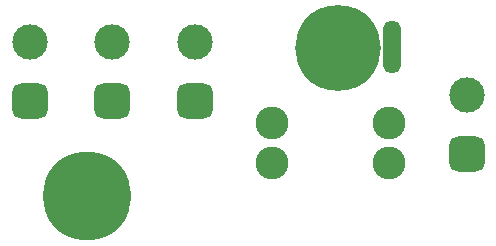
<source format=gbr>
%TF.GenerationSoftware,KiCad,Pcbnew,8.0.5*%
%TF.CreationDate,2024-12-04T12:45:57-05:00*%
%TF.ProjectId,RailsidePDB,5261696c-7369-4646-9550-44422e6b6963,rev?*%
%TF.SameCoordinates,Original*%
%TF.FileFunction,Soldermask,Top*%
%TF.FilePolarity,Negative*%
%FSLAX46Y46*%
G04 Gerber Fmt 4.6, Leading zero omitted, Abs format (unit mm)*
G04 Created by KiCad (PCBNEW 8.0.5) date 2024-12-04 12:45:57*
%MOMM*%
%LPD*%
G01*
G04 APERTURE LIST*
G04 Aperture macros list*
%AMRoundRect*
0 Rectangle with rounded corners*
0 $1 Rounding radius*
0 $2 $3 $4 $5 $6 $7 $8 $9 X,Y pos of 4 corners*
0 Add a 4 corners polygon primitive as box body*
4,1,4,$2,$3,$4,$5,$6,$7,$8,$9,$2,$3,0*
0 Add four circle primitives for the rounded corners*
1,1,$1+$1,$2,$3*
1,1,$1+$1,$4,$5*
1,1,$1+$1,$6,$7*
1,1,$1+$1,$8,$9*
0 Add four rect primitives between the rounded corners*
20,1,$1+$1,$2,$3,$4,$5,0*
20,1,$1+$1,$4,$5,$6,$7,0*
20,1,$1+$1,$6,$7,$8,$9,0*
20,1,$1+$1,$8,$9,$2,$3,0*%
G04 Aperture macros list end*
%ADD10O,7.500000X7.500000*%
%ADD11O,1.500000X4.500000*%
%ADD12RoundRect,0.750000X0.750000X-0.750000X0.750000X0.750000X-0.750000X0.750000X-0.750000X-0.750000X0*%
%ADD13C,3.000000*%
%ADD14O,7.250000X7.250000*%
%ADD15C,2.780000*%
G04 APERTURE END LIST*
D10*
%TO.C,*%
X76340000Y-79500000D03*
%TD*%
D11*
%TO.C,*%
X102200000Y-66900000D03*
%TD*%
D12*
%TO.C,BT2*%
X78500000Y-71500000D03*
D13*
X78500000Y-66500000D03*
%TD*%
D14*
%TO.C,*%
X97640000Y-67000000D03*
%TD*%
D12*
%TO.C,BT3*%
X71500000Y-71500000D03*
D13*
X71500000Y-66500000D03*
%TD*%
D12*
%TO.C,BT4*%
X108500000Y-76000000D03*
D13*
X108500000Y-71000000D03*
%TD*%
D15*
%TO.C,Fuse*%
X92040000Y-73300000D03*
X92040000Y-76700000D03*
X101960000Y-73300000D03*
X101960000Y-76700000D03*
%TD*%
D12*
%TO.C,BT1*%
X85500000Y-71500000D03*
D13*
X85500000Y-66500000D03*
%TD*%
M02*

</source>
